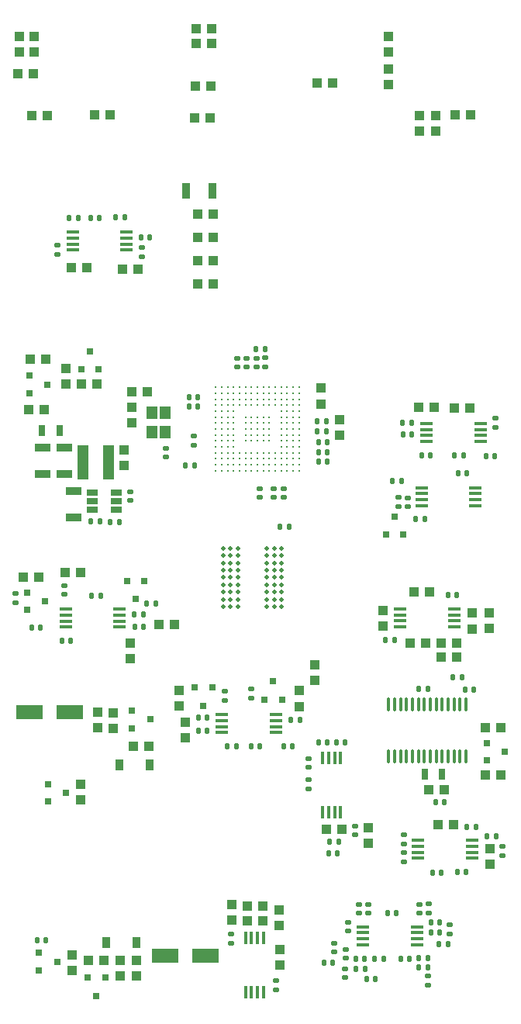
<source format=gbr>
G04 #@! TF.GenerationSoftware,KiCad,Pcbnew,8.0.5*
G04 #@! TF.CreationDate,2024-10-10T15:49:41-07:00*
G04 #@! TF.ProjectId,Sampler-built,53616d70-6c65-4722-9d62-75696c742e6b,rev?*
G04 #@! TF.SameCoordinates,PX38444c0PY67f3540*
G04 #@! TF.FileFunction,Paste,Top*
G04 #@! TF.FilePolarity,Positive*
%FSLAX46Y46*%
G04 Gerber Fmt 4.6, Leading zero omitted, Abs format (unit mm)*
G04 Created by KiCad (PCBNEW 8.0.5) date 2024-10-10 15:49:41*
%MOMM*%
%LPD*%
G01*
G04 APERTURE LIST*
G04 Aperture macros list*
%AMRoundRect*
0 Rectangle with rounded corners*
0 $1 Rounding radius*
0 $2 $3 $4 $5 $6 $7 $8 $9 X,Y pos of 4 corners*
0 Add a 4 corners polygon primitive as box body*
4,1,4,$2,$3,$4,$5,$6,$7,$8,$9,$2,$3,0*
0 Add four circle primitives for the rounded corners*
1,1,$1+$1,$2,$3*
1,1,$1+$1,$4,$5*
1,1,$1+$1,$6,$7*
1,1,$1+$1,$8,$9*
0 Add four rect primitives between the rounded corners*
20,1,$1+$1,$2,$3,$4,$5,0*
20,1,$1+$1,$4,$5,$6,$7,0*
20,1,$1+$1,$6,$7,$8,$9,0*
20,1,$1+$1,$8,$9,$2,$3,0*%
G04 Aperture macros list end*
%ADD10R,0.900000X1.200000*%
%ADD11RoundRect,0.147500X0.147500X0.172500X-0.147500X0.172500X-0.147500X-0.172500X0.147500X-0.172500X0*%
%ADD12R,1.000000X1.000000*%
%ADD13RoundRect,0.147500X0.172500X-0.147500X0.172500X0.147500X-0.172500X0.147500X-0.172500X-0.147500X0*%
%ADD14R,0.700000X1.300000*%
%ADD15R,0.800100X0.800100*%
%ADD16R,1.450000X0.450000*%
%ADD17RoundRect,0.147500X-0.172500X0.147500X-0.172500X-0.147500X0.172500X-0.147500X0.172500X0.147500X0*%
%ADD18RoundRect,0.147500X-0.147500X-0.172500X0.147500X-0.172500X0.147500X0.172500X-0.147500X0.172500X0*%
%ADD19R,3.000000X1.600000*%
%ADD20R,1.700000X0.900000*%
%ADD21R,1.150000X1.400000*%
%ADD22R,1.220000X0.650000*%
%ADD23C,0.300000*%
%ADD24R,0.450000X1.450000*%
%ADD25R,1.200000X3.700000*%
%ADD26C,0.500000*%
%ADD27R,0.900000X1.700000*%
%ADD28RoundRect,0.100000X-0.100000X0.637500X-0.100000X-0.637500X0.100000X-0.637500X0.100000X0.637500X0*%
G04 APERTURE END LIST*
D10*
G04 #@! TO.C,D16*
X-42001433Y26960078D03*
X-45301433Y26960078D03*
G04 #@! TD*
D11*
G04 #@! TO.C,C61*
X-44709785Y86695000D03*
X-45679785Y86695000D03*
G04 #@! TD*
D12*
G04 #@! TO.C,R3*
X-12494785Y96130000D03*
X-12494785Y97830000D03*
G04 #@! TD*
D13*
G04 #@! TO.C,C1*
X-31391285Y70381678D03*
X-31391285Y71351678D03*
G04 #@! TD*
D12*
G04 #@! TO.C,R57*
X-11854785Y40240000D03*
X-13554785Y40240000D03*
G04 #@! TD*
D14*
G04 #@! TO.C,C44*
X-11900000Y25950000D03*
X-10000000Y25950000D03*
G04 #@! TD*
D12*
G04 #@! TO.C,R59*
X-49484785Y24830000D03*
X-49484785Y23130000D03*
G04 #@! TD*
D15*
G04 #@! TO.C,Q11*
X-43901433Y32860078D03*
X-43901433Y30960078D03*
X-41902453Y31910078D03*
G04 #@! TD*
D12*
G04 #@! TO.C,R61*
X-27859785Y9450000D03*
X-27859785Y11150000D03*
G04 #@! TD*
D16*
G04 #@! TO.C,U15*
X-14604785Y43955000D03*
X-14604785Y43305000D03*
X-14604785Y42655000D03*
X-14604785Y42005000D03*
X-8704785Y42005000D03*
X-8704785Y42655000D03*
X-8704785Y43305000D03*
X-8704785Y43955000D03*
G04 #@! TD*
D12*
G04 #@! TO.C,C45*
X-11500000Y24210000D03*
X-9800000Y24210000D03*
G04 #@! TD*
D17*
G04 #@! TO.C,R42*
X-3424785Y18044750D03*
X-3424785Y17074750D03*
G04 #@! TD*
D12*
G04 #@! TO.C,C25*
X-42051433Y28960078D03*
X-43751433Y28960078D03*
G04 #@! TD*
G04 #@! TO.C,C47*
X-15874785Y102870000D03*
X-15874785Y101170000D03*
G04 #@! TD*
D11*
G04 #@! TO.C,R161*
X-11576648Y4820078D03*
X-12546648Y4820078D03*
G04 #@! TD*
D12*
G04 #@! TO.C,C79*
X-50514785Y81185000D03*
X-48814785Y81185000D03*
G04 #@! TD*
G04 #@! TO.C,C55*
X-54981433Y71250078D03*
X-53281433Y71250078D03*
G04 #@! TD*
D17*
G04 #@! TO.C,C36*
X-37111285Y62821678D03*
X-37111285Y61851678D03*
G04 #@! TD*
D12*
G04 #@! TO.C,C65*
X-7006648Y65934638D03*
X-8706648Y65934638D03*
G04 #@! TD*
G04 #@! TO.C,R71*
X-37084785Y97550000D03*
X-35384785Y97550000D03*
G04 #@! TD*
D18*
G04 #@! TO.C,R52*
X-21562208Y29416592D03*
X-20592208Y29416592D03*
G04 #@! TD*
G04 #@! TO.C,C88*
X-12908296Y53750156D03*
X-11938296Y53750156D03*
G04 #@! TD*
D19*
G04 #@! TO.C,C24*
X-40246648Y6090078D03*
X-35846648Y6090078D03*
G04 #@! TD*
D12*
G04 #@! TO.C,R74*
X-35194785Y105670000D03*
X-36894785Y105670000D03*
G04 #@! TD*
D11*
G04 #@! TO.C,R55*
X-4139785Y19159750D03*
X-5109785Y19159750D03*
G04 #@! TD*
D17*
G04 #@! TO.C,R49*
X-14199785Y17344750D03*
X-14199785Y16374750D03*
G04 #@! TD*
D18*
G04 #@! TO.C,R41*
X-5248296Y60644638D03*
X-4278296Y60644638D03*
G04 #@! TD*
D20*
G04 #@! TO.C,C67*
X-50294940Y53940000D03*
X-50294940Y56840000D03*
G04 #@! TD*
D18*
G04 #@! TO.C,C13*
X-23546285Y60016678D03*
X-22576285Y60016678D03*
G04 #@! TD*
D11*
G04 #@! TO.C,R12*
X-13331648Y62980078D03*
X-14301648Y62980078D03*
G04 #@! TD*
D17*
G04 #@! TO.C,R40*
X-4226648Y64789638D03*
X-4226648Y63819638D03*
G04 #@! TD*
D12*
G04 #@! TO.C,R21*
X-25654785Y35040000D03*
X-25654785Y33340000D03*
G04 #@! TD*
D15*
G04 #@! TO.C,D15*
X-16143296Y52069396D03*
X-14243296Y52069396D03*
X-15193296Y54068376D03*
G04 #@! TD*
D11*
G04 #@! TO.C,C6*
X-37059785Y59600000D03*
X-38029785Y59600000D03*
G04 #@! TD*
D18*
G04 #@! TO.C,R30*
X-36639785Y32100000D03*
X-35669785Y32100000D03*
G04 #@! TD*
G04 #@! TO.C,C8*
X-10735000Y22920000D03*
X-9765000Y22920000D03*
G04 #@! TD*
G04 #@! TO.C,R66*
X-48359940Y53510000D03*
X-47389940Y53510000D03*
G04 #@! TD*
D15*
G04 #@! TO.C,U6*
X-55102193Y69410078D03*
X-55102193Y67510078D03*
X-53103213Y68460078D03*
G04 #@! TD*
D11*
G04 #@! TO.C,R162*
X-13596648Y5790078D03*
X-14566648Y5790078D03*
G04 #@! TD*
D18*
G04 #@! TO.C,C73*
X-33459785Y28970000D03*
X-32489785Y28970000D03*
G04 #@! TD*
D12*
G04 #@! TO.C,C90*
X-8744785Y20454750D03*
X-10444785Y20454750D03*
G04 #@! TD*
D15*
G04 #@! TO.C,D24*
X-35134785Y35420760D03*
X-37034785Y35420760D03*
X-36084785Y33421780D03*
G04 #@! TD*
D11*
G04 #@! TO.C,R65*
X-45274785Y53490000D03*
X-46244785Y53490000D03*
G04 #@! TD*
G04 #@! TO.C,C87*
X-7291648Y58805078D03*
X-8261648Y58805078D03*
G04 #@! TD*
D12*
G04 #@! TO.C,C22*
X-42234785Y67640000D03*
X-43934785Y67640000D03*
G04 #@! TD*
D18*
G04 #@! TO.C,R160*
X-22941648Y5380078D03*
X-21971648Y5380078D03*
G04 #@! TD*
D17*
G04 #@! TO.C,R164*
X-9216648Y9485078D03*
X-9216648Y8515078D03*
G04 #@! TD*
D13*
G04 #@! TO.C,R44*
X-14179785Y18339750D03*
X-14179785Y19309750D03*
G04 #@! TD*
D20*
G04 #@! TO.C,C70*
X-51301433Y61590078D03*
X-51301433Y58690078D03*
G04 #@! TD*
D18*
G04 #@! TO.C,C59*
X-12251648Y60724638D03*
X-11281648Y60724638D03*
G04 #@! TD*
D17*
G04 #@! TO.C,R7*
X-19126648Y11725078D03*
X-19126648Y10755078D03*
G04 #@! TD*
D12*
G04 #@! TO.C,C83*
X-12556648Y65994638D03*
X-10856648Y65994638D03*
G04 #@! TD*
G04 #@! TO.C,R73*
X-15874785Y106490000D03*
X-15874785Y104790000D03*
G04 #@! TD*
D18*
G04 #@! TO.C,R23*
X-42924785Y84525000D03*
X-41954785Y84525000D03*
G04 #@! TD*
D17*
G04 #@! TO.C,R14*
X-12506648Y11715078D03*
X-12506648Y10745078D03*
G04 #@! TD*
D12*
G04 #@! TO.C,C57*
X-4824785Y17809750D03*
X-4824785Y16109750D03*
G04 #@! TD*
G04 #@! TO.C,C49*
X-3598653Y31024052D03*
X-5298653Y31024052D03*
G04 #@! TD*
D17*
G04 #@! TO.C,R18*
X-13753296Y56075156D03*
X-13753296Y55105156D03*
G04 #@! TD*
D12*
G04 #@! TO.C,C66*
X-43244785Y81015000D03*
X-44944785Y81015000D03*
G04 #@! TD*
D11*
G04 #@! TO.C,C60*
X-7681648Y60694638D03*
X-8651648Y60694638D03*
G04 #@! TD*
D12*
G04 #@! TO.C,R5*
X-10754785Y96150000D03*
X-10754785Y97850000D03*
G04 #@! TD*
D15*
G04 #@! TO.C,D1*
X-29424785Y34099240D03*
X-27524785Y34099240D03*
X-28474785Y36098220D03*
G04 #@! TD*
D17*
G04 #@! TO.C,C11*
X-28381285Y57101678D03*
X-28381285Y56131678D03*
G04 #@! TD*
D18*
G04 #@! TO.C,R47*
X-7530000Y35177500D03*
X-6560000Y35177500D03*
G04 #@! TD*
D12*
G04 #@! TO.C,C20*
X-43401433Y5640078D03*
X-43401433Y3940078D03*
G04 #@! TD*
G04 #@! TO.C,C39*
X-56194785Y104730000D03*
X-56194785Y106430000D03*
G04 #@! TD*
G04 #@! TO.C,C26*
X-48678081Y5620156D03*
X-46978081Y5620156D03*
G04 #@! TD*
G04 #@! TO.C,R29*
X-10154785Y40255000D03*
X-8454785Y40255000D03*
G04 #@! TD*
G04 #@! TO.C,C46*
X-4904785Y43555000D03*
X-4904785Y41855000D03*
G04 #@! TD*
G04 #@! TO.C,R37*
X-45151433Y5640078D03*
X-45151433Y3940078D03*
G04 #@! TD*
G04 #@! TO.C,R79*
X-36721433Y84500078D03*
X-35021433Y84500078D03*
G04 #@! TD*
G04 #@! TO.C,C2*
X-23261285Y66356678D03*
X-23261285Y68056678D03*
G04 #@! TD*
D18*
G04 #@! TO.C,R48*
X-8851648Y36530078D03*
X-7881648Y36530078D03*
G04 #@! TD*
D21*
G04 #@! TO.C,Y1*
X-41744785Y65410000D03*
X-40244785Y63310000D03*
X-41744785Y63310000D03*
X-40244785Y65410000D03*
G04 #@! TD*
D12*
G04 #@! TO.C,R68*
X-54854785Y97830000D03*
X-53154785Y97830000D03*
G04 #@! TD*
D11*
G04 #@! TO.C,C35*
X-8419785Y45455000D03*
X-9389785Y45455000D03*
G04 #@! TD*
D15*
G04 #@! TO.C,D22*
X-42536648Y47050838D03*
X-44436648Y47050838D03*
X-43486648Y45051858D03*
G04 #@! TD*
D11*
G04 #@! TO.C,C17*
X-36686285Y66056678D03*
X-37656285Y66056678D03*
G04 #@! TD*
D12*
G04 #@! TO.C,R80*
X-36721433Y87050078D03*
X-35021433Y87050078D03*
G04 #@! TD*
D11*
G04 #@! TO.C,C64*
X-47320732Y45435078D03*
X-48290732Y45435078D03*
G04 #@! TD*
D17*
G04 #@! TO.C,C76*
X-24631648Y27635078D03*
X-24631648Y26665078D03*
G04 #@! TD*
D12*
G04 #@! TO.C,C42*
X-10145665Y38680500D03*
X-8445665Y38680500D03*
G04 #@! TD*
D16*
G04 #@! TO.C,U10*
X-28164785Y30465000D03*
X-28164785Y31115000D03*
X-28164785Y31765000D03*
X-28164785Y32415000D03*
X-34064785Y32415000D03*
X-34064785Y31765000D03*
X-34064785Y31115000D03*
X-34064785Y30465000D03*
G04 #@! TD*
D11*
G04 #@! TO.C,C150*
X-10277816Y9800078D03*
X-11247816Y9800078D03*
G04 #@! TD*
D18*
G04 #@! TO.C,R2*
X-27339785Y28940000D03*
X-26369785Y28940000D03*
G04 #@! TD*
D11*
G04 #@! TO.C,R50*
X-21311648Y18550078D03*
X-22281648Y18550078D03*
G04 #@! TD*
G04 #@! TO.C,R152*
X-17288296Y3600156D03*
X-18258296Y3600156D03*
G04 #@! TD*
D18*
G04 #@! TO.C,R11*
X-14343352Y64278158D03*
X-13373352Y64278158D03*
G04 #@! TD*
D22*
G04 #@! TO.C,U13*
X-48214785Y56680000D03*
X-48214785Y55730000D03*
X-48214785Y54780000D03*
X-45594785Y54780000D03*
X-45594785Y55730000D03*
X-45594785Y56680000D03*
G04 #@! TD*
D12*
G04 #@! TO.C,R20*
X-44088197Y38521867D03*
X-44088197Y40221867D03*
G04 #@! TD*
G04 #@! TO.C,C51*
X-5308005Y25817500D03*
X-3608005Y25817500D03*
G04 #@! TD*
D18*
G04 #@! TO.C,R51*
X-22401648Y17280078D03*
X-21431648Y17280078D03*
G04 #@! TD*
D23*
G04 #@! TO.C,U2*
X-34751285Y68166678D03*
X-34101285Y68166678D03*
X-33451285Y68166678D03*
X-32801285Y68166678D03*
X-32151285Y68166678D03*
X-31501285Y68166678D03*
X-30851285Y68166678D03*
X-30201285Y68166678D03*
X-29551285Y68166678D03*
X-28901285Y68166678D03*
X-28251285Y68166678D03*
X-27601285Y68166678D03*
X-26951285Y68166678D03*
X-26301285Y68166678D03*
X-25651285Y68166678D03*
X-34751285Y67516678D03*
X-34101285Y67516678D03*
X-33451285Y67516678D03*
X-32801285Y67516678D03*
X-32151285Y67516678D03*
X-31501285Y67516678D03*
X-30851285Y67516678D03*
X-30201285Y67516678D03*
X-29551285Y67516678D03*
X-28901285Y67516678D03*
X-28251285Y67516678D03*
X-27601285Y67516678D03*
X-26951285Y67516678D03*
X-26301285Y67516678D03*
X-25651285Y67516678D03*
X-34751285Y66866678D03*
X-34101285Y66866678D03*
X-33451285Y66866678D03*
X-32801285Y66866678D03*
X-32151285Y66866678D03*
X-31501285Y66866678D03*
X-30851285Y66866678D03*
X-30201285Y66866678D03*
X-29551285Y66866678D03*
X-28901285Y66866678D03*
X-28251285Y66866678D03*
X-27601285Y66866678D03*
X-26951285Y66866678D03*
X-26301285Y66866678D03*
X-25651285Y66866678D03*
X-34751285Y66216678D03*
X-34101285Y66216678D03*
X-33451285Y66216678D03*
X-32801285Y66216678D03*
X-32151285Y66216678D03*
X-31501285Y66216678D03*
X-30851285Y66216678D03*
X-30201285Y66216678D03*
X-29551285Y66216678D03*
X-28901285Y66216678D03*
X-28251285Y66216678D03*
X-27601285Y66216678D03*
X-26951285Y66216678D03*
X-26301285Y66216678D03*
X-25651285Y66216678D03*
X-34751285Y65566678D03*
X-34101285Y65566678D03*
X-33451285Y65566678D03*
X-32801285Y65566678D03*
X-27601285Y65566678D03*
X-26951285Y65566678D03*
X-26301285Y65566678D03*
X-25651285Y65566678D03*
X-34751285Y64916678D03*
X-34101285Y64916678D03*
X-33451285Y64916678D03*
X-32801285Y64916678D03*
X-31501285Y64916678D03*
X-30851285Y64916678D03*
X-30201285Y64916678D03*
X-29551285Y64916678D03*
X-28901285Y64916678D03*
X-27601285Y64916678D03*
X-26951285Y64916678D03*
X-26301285Y64916678D03*
X-25651285Y64916678D03*
X-34751285Y64266678D03*
X-34101285Y64266678D03*
X-33451285Y64266678D03*
X-32801285Y64266678D03*
X-31501285Y64266678D03*
X-30851285Y64266678D03*
X-30201285Y64266678D03*
X-29551285Y64266678D03*
X-28901285Y64266678D03*
X-27601285Y64266678D03*
X-26951285Y64266678D03*
X-26301285Y64266678D03*
X-25651285Y64266678D03*
X-34751285Y63616678D03*
X-34101285Y63616678D03*
X-33451285Y63616678D03*
X-32801285Y63616678D03*
X-31501285Y63616678D03*
X-30851285Y63616678D03*
X-30201285Y63616678D03*
X-29551285Y63616678D03*
X-28901285Y63616678D03*
X-27601285Y63616678D03*
X-26951285Y63616678D03*
X-26301285Y63616678D03*
X-25651285Y63616678D03*
X-34751285Y62966678D03*
X-34101285Y62966678D03*
X-33451285Y62966678D03*
X-32801285Y62966678D03*
X-31501285Y62966678D03*
X-30851285Y62966678D03*
X-30201285Y62966678D03*
X-29551285Y62966678D03*
X-28901285Y62966678D03*
X-27601285Y62966678D03*
X-26951285Y62966678D03*
X-26301285Y62966678D03*
X-25651285Y62966678D03*
X-34751285Y62316678D03*
X-34101285Y62316678D03*
X-33451285Y62316678D03*
X-32801285Y62316678D03*
X-31501285Y62316678D03*
X-30851285Y62316678D03*
X-30201285Y62316678D03*
X-29551285Y62316678D03*
X-28901285Y62316678D03*
X-27601285Y62316678D03*
X-26951285Y62316678D03*
X-26301285Y62316678D03*
X-25651285Y62316678D03*
X-34751285Y61666678D03*
X-34101285Y61666678D03*
X-33451285Y61666678D03*
X-32801285Y61666678D03*
X-27601285Y61666678D03*
X-26951285Y61666678D03*
X-26301285Y61666678D03*
X-25651285Y61666678D03*
X-34751285Y61016678D03*
X-34101285Y61016678D03*
X-33451285Y61016678D03*
X-32801285Y61016678D03*
X-32151285Y61016678D03*
X-31501285Y61016678D03*
X-30851285Y61016678D03*
X-30201285Y61016678D03*
X-29551285Y61016678D03*
X-28901285Y61016678D03*
X-28251285Y61016678D03*
X-27601285Y61016678D03*
X-26951285Y61016678D03*
X-26301285Y61016678D03*
X-25651285Y61016678D03*
X-34751285Y60366678D03*
X-34101285Y60366678D03*
X-33451285Y60366678D03*
X-32801285Y60366678D03*
X-32151285Y60366678D03*
X-31501285Y60366678D03*
X-30851285Y60366678D03*
X-30201285Y60366678D03*
X-29551285Y60366678D03*
X-28901285Y60366678D03*
X-28251285Y60366678D03*
X-27601285Y60366678D03*
X-26951285Y60366678D03*
X-26301285Y60366678D03*
X-25651285Y60366678D03*
X-34751285Y59716678D03*
X-34101285Y59716678D03*
X-33451285Y59716678D03*
X-32801285Y59716678D03*
X-32151285Y59716678D03*
X-31501285Y59716678D03*
X-30851285Y59716678D03*
X-30201285Y59716678D03*
X-29551285Y59716678D03*
X-28901285Y59716678D03*
X-28251285Y59716678D03*
X-27601285Y59716678D03*
X-26951285Y59716678D03*
X-26301285Y59716678D03*
X-25651285Y59716678D03*
X-34751285Y59066678D03*
X-34101285Y59066678D03*
X-33451285Y59066678D03*
X-32801285Y59066678D03*
X-32151285Y59066678D03*
X-31501285Y59066678D03*
X-30851285Y59066678D03*
X-30201285Y59066678D03*
X-29551285Y59066678D03*
X-28901285Y59066678D03*
X-28251285Y59066678D03*
X-27601285Y59066678D03*
X-26951285Y59066678D03*
X-26301285Y59066678D03*
X-25651285Y59066678D03*
G04 #@! TD*
D24*
G04 #@! TO.C,U11*
X-21096648Y27680078D03*
X-21746648Y27680078D03*
X-22396648Y27680078D03*
X-23046648Y27680078D03*
X-23046648Y21780078D03*
X-22396648Y21780078D03*
X-21746648Y21780078D03*
X-21096648Y21780078D03*
G04 #@! TD*
D13*
G04 #@! TO.C,R22*
X-42834785Y82430000D03*
X-42834785Y83400000D03*
G04 #@! TD*
G04 #@! TO.C,C3*
X-29371285Y70391678D03*
X-29371285Y71361678D03*
G04 #@! TD*
D17*
G04 #@! TO.C,C38*
X-33079785Y8485000D03*
X-33079785Y7515000D03*
G04 #@! TD*
D16*
G04 #@! TO.C,U12*
X-12766648Y7325078D03*
X-12766648Y7975078D03*
X-12766648Y8625078D03*
X-12766648Y9275078D03*
X-18666648Y9275078D03*
X-18666648Y8625078D03*
X-18666648Y7975078D03*
X-18666648Y7325078D03*
G04 #@! TD*
D18*
G04 #@! TO.C,C72*
X-11099785Y15214750D03*
X-10129785Y15214750D03*
G04 #@! TD*
D12*
G04 #@! TO.C,R24*
X-38034785Y29940000D03*
X-38034785Y31640000D03*
G04 #@! TD*
G04 #@! TO.C,C52*
X-18071648Y18380078D03*
X-18071648Y20080078D03*
G04 #@! TD*
G04 #@! TO.C,R77*
X-36721433Y79400078D03*
X-35021433Y79400078D03*
G04 #@! TD*
G04 #@! TO.C,C58*
X-44728785Y59634000D03*
X-44728785Y61334000D03*
G04 #@! TD*
D18*
G04 #@! TO.C,C9*
X-23656285Y63386678D03*
X-22686285Y63386678D03*
G04 #@! TD*
G04 #@! TO.C,C29*
X-27716285Y52946678D03*
X-26746285Y52946678D03*
G04 #@! TD*
D19*
G04 #@! TO.C,C21*
X-55101433Y32710078D03*
X-50701433Y32710078D03*
G04 #@! TD*
D13*
G04 #@! TO.C,C97*
X-14753296Y55175156D03*
X-14753296Y56145156D03*
G04 #@! TD*
D12*
G04 #@! TO.C,R13*
X-46304785Y97860000D03*
X-48004785Y97860000D03*
G04 #@! TD*
G04 #@! TO.C,R26*
X-39246648Y42250078D03*
X-40946648Y42250078D03*
G04 #@! TD*
D11*
G04 #@! TO.C,C18*
X-36711285Y67116678D03*
X-37681285Y67116678D03*
G04 #@! TD*
D12*
G04 #@! TO.C,R31*
X-47651433Y31010078D03*
X-47651433Y32710078D03*
G04 #@! TD*
G04 #@! TO.C,C54*
X-36914785Y107290000D03*
X-35214785Y107290000D03*
G04 #@! TD*
D17*
G04 #@! TO.C,C10*
X-27341285Y57111678D03*
X-27341285Y56141678D03*
G04 #@! TD*
G04 #@! TO.C,R33*
X-51246648Y46510078D03*
X-51246648Y45540078D03*
G04 #@! TD*
D12*
G04 #@! TO.C,R63*
X-33009785Y10020000D03*
X-33009785Y11720000D03*
G04 #@! TD*
D24*
G04 #@! TO.C,U16*
X-31504785Y2160000D03*
X-30854785Y2160000D03*
X-30204785Y2160000D03*
X-29554785Y2160000D03*
X-29554785Y8060000D03*
X-30204785Y8060000D03*
X-30854785Y8060000D03*
X-31504785Y8060000D03*
G04 #@! TD*
D11*
G04 #@! TO.C,C19*
X-53279785Y7800000D03*
X-54249785Y7800000D03*
G04 #@! TD*
G04 #@! TO.C,R81*
X-35664785Y30670000D03*
X-36634785Y30670000D03*
G04 #@! TD*
D18*
G04 #@! TO.C,C62*
X-48429785Y86635000D03*
X-47459785Y86635000D03*
G04 #@! TD*
D17*
G04 #@! TO.C,R158*
X-20512816Y6805078D03*
X-20512816Y5835078D03*
G04 #@! TD*
D18*
G04 #@! TO.C,C14*
X-23656285Y64426678D03*
X-22686285Y64426678D03*
G04 #@! TD*
D17*
G04 #@! TO.C,C152*
X-20622816Y4715078D03*
X-20622816Y3745078D03*
G04 #@! TD*
D16*
G04 #@! TO.C,U1*
X-5806648Y62245078D03*
X-5806648Y62895078D03*
X-5806648Y63545078D03*
X-5806648Y64195078D03*
X-11706648Y64195078D03*
X-11706648Y63545078D03*
X-11706648Y62895078D03*
X-11706648Y62245078D03*
G04 #@! TD*
D12*
G04 #@! TO.C,R9*
X-16454785Y42130000D03*
X-16454785Y43830000D03*
G04 #@! TD*
G04 #@! TO.C,R64*
X-6894785Y97920000D03*
X-8594785Y97920000D03*
G04 #@! TD*
D13*
G04 #@! TO.C,R67*
X-44044940Y55815000D03*
X-44044940Y56785000D03*
G04 #@! TD*
D11*
G04 #@! TO.C,R4*
X-22546285Y62156678D03*
X-23516285Y62156678D03*
G04 #@! TD*
D15*
G04 #@! TO.C,V2*
X-49444785Y70090000D03*
X-47544785Y70090000D03*
X-48494785Y72088980D03*
G04 #@! TD*
D11*
G04 #@! TO.C,R27*
X-42631648Y41990078D03*
X-43601648Y41990078D03*
G04 #@! TD*
D13*
G04 #@! TO.C,C7*
X-32431285Y70371678D03*
X-32431285Y71341678D03*
G04 #@! TD*
D11*
G04 #@! TO.C,C78*
X-15011648Y10780078D03*
X-15981648Y10780078D03*
G04 #@! TD*
D12*
G04 #@! TO.C,R35*
X-56354785Y102360000D03*
X-54654785Y102360000D03*
G04 #@! TD*
D11*
G04 #@! TO.C,R34*
X-53891648Y41970078D03*
X-54861648Y41970078D03*
G04 #@! TD*
D12*
G04 #@! TO.C,R56*
X-6704785Y43505000D03*
X-6704785Y41805000D03*
G04 #@! TD*
D13*
G04 #@! TO.C,C85*
X-56626648Y44685078D03*
X-56626648Y45655078D03*
G04 #@! TD*
D12*
G04 #@! TO.C,C48*
X-20926648Y19910078D03*
X-22626648Y19910078D03*
G04 #@! TD*
G04 #@! TO.C,R36*
X-54554785Y104730000D03*
X-54554785Y106430000D03*
G04 #@! TD*
D13*
G04 #@! TO.C,R159*
X-20326648Y8805078D03*
X-20326648Y9775078D03*
G04 #@! TD*
G04 #@! TO.C,C50*
X-30311285Y70371678D03*
X-30311285Y71341678D03*
G04 #@! TD*
D25*
G04 #@! TO.C,L1*
X-46454785Y59940000D03*
X-49254785Y59940000D03*
G04 #@! TD*
D17*
G04 #@! TO.C,C12*
X-29941285Y57101678D03*
X-29941285Y56131678D03*
G04 #@! TD*
G04 #@! TO.C,R6*
X-18086648Y11745078D03*
X-18086648Y10775078D03*
G04 #@! TD*
D11*
G04 #@! TO.C,R8*
X-29379785Y72360000D03*
X-30349785Y72360000D03*
G04 #@! TD*
D12*
G04 #@! TO.C,R60*
X-27764785Y6800000D03*
X-27764785Y5100000D03*
G04 #@! TD*
D16*
G04 #@! TO.C,U3*
X-50374785Y85085000D03*
X-50374785Y84435000D03*
X-50374785Y83785000D03*
X-50374785Y83135000D03*
X-44474785Y83135000D03*
X-44474785Y83785000D03*
X-44474785Y84435000D03*
X-44474785Y85085000D03*
G04 #@! TD*
D12*
G04 #@! TO.C,R15*
X-23944785Y37840000D03*
X-23944785Y36140000D03*
G04 #@! TD*
D13*
G04 #@! TO.C,C15*
X-40161433Y60555078D03*
X-40161433Y61525078D03*
G04 #@! TD*
D18*
G04 #@! TO.C,C77*
X-17396648Y5780078D03*
X-16426648Y5780078D03*
G04 #@! TD*
D11*
G04 #@! TO.C,R157*
X-18432816Y4710078D03*
X-19402816Y4710078D03*
G04 #@! TD*
D17*
G04 #@! TO.C,C82*
X-30884785Y35235000D03*
X-30884785Y34265000D03*
G04 #@! TD*
D11*
G04 #@! TO.C,C149*
X-11576648Y5860078D03*
X-12546648Y5860078D03*
G04 #@! TD*
D18*
G04 #@! TO.C,C86*
X-42291648Y44550078D03*
X-41321648Y44550078D03*
G04 #@! TD*
D17*
G04 #@! TO.C,R54*
X-19551648Y20260078D03*
X-19551648Y19290078D03*
G04 #@! TD*
D12*
G04 #@! TO.C,C56*
X-55151433Y65710078D03*
X-53451433Y65710078D03*
G04 #@! TD*
G04 #@! TO.C,R25*
X-55796648Y47470078D03*
X-54096648Y47470078D03*
G04 #@! TD*
D15*
G04 #@! TO.C,D3*
X-53065545Y24840000D03*
X-53065545Y22940000D03*
X-51066565Y23890000D03*
G04 #@! TD*
D18*
G04 #@! TO.C,R28*
X-43621648Y43340078D03*
X-42651648Y43340078D03*
G04 #@! TD*
D20*
G04 #@! TO.C,C68*
X-53636381Y61568456D03*
X-53636381Y58668456D03*
G04 #@! TD*
D15*
G04 #@! TO.C,D7*
X-54075545Y6430000D03*
X-54075545Y4530000D03*
X-52076565Y5480000D03*
G04 #@! TD*
D16*
G04 #@! TO.C,U5*
X-45226648Y41985078D03*
X-45226648Y42635078D03*
X-45226648Y43285078D03*
X-45226648Y43935078D03*
X-51126648Y43935078D03*
X-51126648Y43285078D03*
X-51126648Y42635078D03*
X-51126648Y41985078D03*
G04 #@! TD*
D18*
G04 #@! TO.C,C53*
X-23546285Y61086678D03*
X-22576285Y61086678D03*
G04 #@! TD*
D15*
G04 #@! TO.C,D26*
X-55357408Y45760078D03*
X-55357408Y43860078D03*
X-53358428Y44810078D03*
G04 #@! TD*
D13*
G04 #@! TO.C,R45*
X-51994785Y82665000D03*
X-51994785Y83635000D03*
G04 #@! TD*
D12*
G04 #@! TO.C,R17*
X-49526648Y47920078D03*
X-51226648Y47920078D03*
G04 #@! TD*
D26*
G04 #@! TO.C,U4*
X-27551285Y44196678D03*
X-28351285Y44196678D03*
X-29151285Y44196678D03*
X-32351285Y44196678D03*
X-33151285Y44196678D03*
X-33951285Y44196678D03*
X-27551285Y44996678D03*
X-28351285Y44996678D03*
X-29151285Y44996678D03*
X-32351285Y44996678D03*
X-33151285Y44996678D03*
X-33951285Y44996678D03*
X-27551285Y45796678D03*
X-28351285Y45796678D03*
X-29151285Y45796678D03*
X-32351285Y45796678D03*
X-33151285Y45796678D03*
X-33951285Y45796678D03*
X-27551285Y46596678D03*
X-28351285Y46596678D03*
X-29151285Y46596678D03*
X-32351285Y46596678D03*
X-33151285Y46596678D03*
X-33951285Y46596678D03*
X-27551285Y47396678D03*
X-28351285Y47396678D03*
X-29151285Y47396678D03*
X-32351285Y47396678D03*
X-33151285Y47396678D03*
X-33951285Y47396678D03*
X-27551285Y48196678D03*
X-28351285Y48196678D03*
X-29151285Y48196678D03*
X-32351285Y48196678D03*
X-33151285Y48196678D03*
X-33951285Y48196678D03*
X-27551285Y48996678D03*
X-28351285Y48996678D03*
X-29151285Y48996678D03*
X-32351285Y48996678D03*
X-33151285Y48996678D03*
X-33951285Y48996678D03*
X-27551285Y49796678D03*
X-28351285Y49796678D03*
X-29151285Y49796678D03*
X-32351285Y49796678D03*
X-33151285Y49796678D03*
X-33951285Y49796678D03*
X-27551285Y50596678D03*
X-28351285Y50596678D03*
X-29151285Y50596678D03*
X-32351285Y50596678D03*
X-33151285Y50596678D03*
X-33951285Y50596678D03*
G04 #@! TD*
D13*
G04 #@! TO.C,C40*
X-28134785Y2425000D03*
X-28134785Y3395000D03*
G04 #@! TD*
D10*
G04 #@! TO.C,D17*
X-43434785Y7590000D03*
X-46734785Y7590000D03*
G04 #@! TD*
D11*
G04 #@! TO.C,C71*
X-6339785Y20159750D03*
X-7309785Y20159750D03*
G04 #@! TD*
D12*
G04 #@! TO.C,C16*
X-45901433Y30960078D03*
X-45901433Y32660078D03*
G04 #@! TD*
G04 #@! TO.C,C84*
X-29569785Y9920000D03*
X-31269785Y9920000D03*
G04 #@! TD*
D11*
G04 #@! TO.C,R1*
X-25569785Y31820000D03*
X-26539785Y31820000D03*
G04 #@! TD*
D18*
G04 #@! TO.C,R46*
X-50754785Y86605000D03*
X-49784785Y86605000D03*
G04 #@! TD*
D27*
G04 #@! TO.C,C43*
X-38011433Y89570078D03*
X-35111433Y89570078D03*
G04 #@! TD*
D12*
G04 #@! TO.C,R58*
X-50454785Y4540000D03*
X-50454785Y6240000D03*
G04 #@! TD*
G04 #@! TO.C,C81*
X-51144785Y70220760D03*
X-51144785Y68520760D03*
G04 #@! TD*
D16*
G04 #@! TO.C,U8*
X-12624785Y18709750D03*
X-12624785Y18059750D03*
X-12624785Y17409750D03*
X-12624785Y16759750D03*
X-6724785Y16759750D03*
X-6724785Y17409750D03*
X-6724785Y18059750D03*
X-6724785Y18709750D03*
G04 #@! TD*
D12*
G04 #@! TO.C,R75*
X-35254785Y101020000D03*
X-36954785Y101020000D03*
G04 #@! TD*
G04 #@! TO.C,R32*
X-13104785Y45855000D03*
X-11404785Y45855000D03*
G04 #@! TD*
D11*
G04 #@! TO.C,C41*
X-11595000Y35210000D03*
X-12565000Y35210000D03*
G04 #@! TD*
D12*
G04 #@! TO.C,C80*
X-47734785Y68520760D03*
X-49434785Y68520760D03*
G04 #@! TD*
D15*
G04 #@! TO.C,Q12*
X-46821433Y3730838D03*
X-48721433Y3730838D03*
X-47771433Y1731858D03*
G04 #@! TD*
D11*
G04 #@! TO.C,C153*
X-9396648Y7360078D03*
X-10366648Y7360078D03*
G04 #@! TD*
D15*
G04 #@! TO.C,V1*
X-5148765Y29347500D03*
X-5148765Y27447500D03*
X-3149785Y28397500D03*
G04 #@! TD*
D13*
G04 #@! TO.C,C75*
X-24601648Y24365078D03*
X-24601648Y25335078D03*
G04 #@! TD*
G04 #@! TO.C,C34*
X-33784785Y34005000D03*
X-33784785Y34975000D03*
G04 #@! TD*
D12*
G04 #@! TO.C,C23*
X-43884785Y64250000D03*
X-43884785Y65950000D03*
G04 #@! TD*
D11*
G04 #@! TO.C,R43*
X-7409785Y15284750D03*
X-8379785Y15284750D03*
G04 #@! TD*
D14*
G04 #@! TO.C,C69*
X-53691433Y63470078D03*
X-51791433Y63470078D03*
G04 #@! TD*
D13*
G04 #@! TO.C,C148*
X-21846648Y6525078D03*
X-21846648Y7495078D03*
G04 #@! TD*
D12*
G04 #@! TO.C,R16*
X-38704785Y35080000D03*
X-38704785Y33380000D03*
G04 #@! TD*
D28*
G04 #@! TO.C,U9*
X-7415000Y33582500D03*
X-8065000Y33582500D03*
X-8715000Y33582500D03*
X-9365000Y33582500D03*
X-10015000Y33582500D03*
X-10665000Y33582500D03*
X-11315000Y33582500D03*
X-11965000Y33582500D03*
X-12615000Y33582500D03*
X-13265000Y33582500D03*
X-13915000Y33582500D03*
X-14565000Y33582500D03*
X-15215000Y33582500D03*
X-15865000Y33582500D03*
X-15865000Y27857500D03*
X-15215000Y27857500D03*
X-14565000Y27857500D03*
X-13915000Y27857500D03*
X-13265000Y27857500D03*
X-12615000Y27857500D03*
X-11965000Y27857500D03*
X-11315000Y27857500D03*
X-10665000Y27857500D03*
X-10015000Y27857500D03*
X-9365000Y27857500D03*
X-8715000Y27857500D03*
X-8065000Y27857500D03*
X-7415000Y27857500D03*
G04 #@! TD*
D11*
G04 #@! TO.C,R19*
X-14458296Y57970156D03*
X-15428296Y57970156D03*
G04 #@! TD*
G04 #@! TO.C,C74*
X-29899785Y28970000D03*
X-30869785Y28970000D03*
G04 #@! TD*
D12*
G04 #@! TO.C,R78*
X-36721433Y81950078D03*
X-35021433Y81950078D03*
G04 #@! TD*
G04 #@! TO.C,R70*
X-21954785Y101390000D03*
X-23654785Y101390000D03*
G04 #@! TD*
D18*
G04 #@! TO.C,R163*
X-11227816Y8670078D03*
X-10257816Y8670078D03*
G04 #@! TD*
D12*
G04 #@! TO.C,C5*
X-21231285Y64646678D03*
X-21231285Y62946678D03*
G04 #@! TD*
D17*
G04 #@! TO.C,R10*
X-11506648Y11785078D03*
X-11506648Y10815078D03*
G04 #@! TD*
D12*
G04 #@! TO.C,R62*
X-29599785Y11530000D03*
X-31299785Y11530000D03*
G04 #@! TD*
D18*
G04 #@! TO.C,C63*
X-51570732Y40485078D03*
X-50600732Y40485078D03*
G04 #@! TD*
D13*
G04 #@! TO.C,R153*
X-11583296Y2925156D03*
X-11583296Y3895156D03*
G04 #@! TD*
D18*
G04 #@! TO.C,C37*
X-16199785Y40540000D03*
X-15229785Y40540000D03*
G04 #@! TD*
D16*
G04 #@! TO.C,U14*
X-12276648Y57205078D03*
X-12276648Y56555078D03*
X-12276648Y55905078D03*
X-12276648Y55255078D03*
X-6376648Y55255078D03*
X-6376648Y55905078D03*
X-6376648Y56555078D03*
X-6376648Y57205078D03*
G04 #@! TD*
D11*
G04 #@! TO.C,C147*
X-18477816Y5770078D03*
X-19447816Y5770078D03*
G04 #@! TD*
G04 #@! TO.C,R53*
X-22562208Y29426592D03*
X-23532208Y29426592D03*
G04 #@! TD*
M02*

</source>
